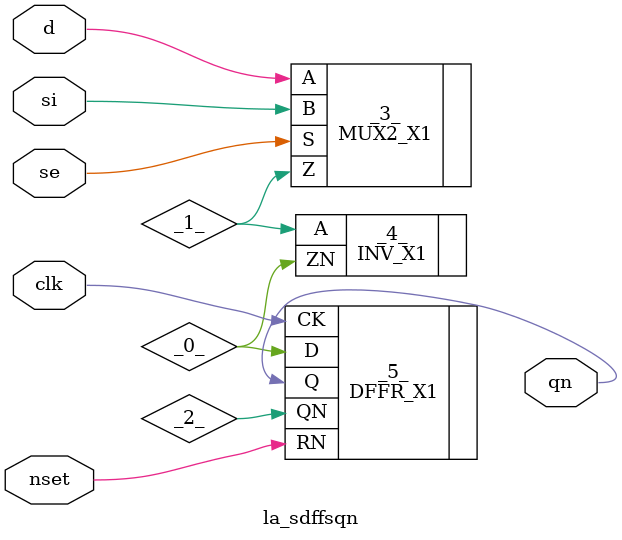
<source format=v>

/* Generated by Yosys 0.44 (git sha1 80ba43d26, g++ 11.4.0-1ubuntu1~22.04 -fPIC -O3) */

(* top =  1  *)
(* src = "inputs/la_sdffsqn.v:11.1-26.10" *)
module la_sdffsqn (
    d,
    si,
    se,
    clk,
    nset,
    qn
);
  (* src = "inputs/la_sdffsqn.v:22.3-24.30" *)
  wire _0_;
  wire _1_;
  (* unused_bits = "0" *)
  wire _2_;
  (* src = "inputs/la_sdffsqn.v:17.16-17.19" *)
  input clk;
  wire clk;
  (* src = "inputs/la_sdffsqn.v:14.16-14.17" *)
  input d;
  wire d;
  (* src = "inputs/la_sdffsqn.v:18.16-18.20" *)
  input nset;
  wire nset;
  (* src = "inputs/la_sdffsqn.v:19.16-19.18" *)
  output qn;
  wire qn;
  (* src = "inputs/la_sdffsqn.v:16.16-16.18" *)
  input se;
  wire se;
  (* src = "inputs/la_sdffsqn.v:15.16-15.18" *)
  input si;
  wire si;
  MUX2_X1 _3_ (
      .A(d),
      .B(si),
      .S(se),
      .Z(_1_)
  );
  INV_X1 _4_ (
      .A (_1_),
      .ZN(_0_)
  );
  (* src = "inputs/la_sdffsqn.v:22.3-24.30" *)
  DFFR_X1 _5_ (
      .CK(clk),
      .D (_0_),
      .Q (qn),
      .QN(_2_),
      .RN(nset)
  );
endmodule

</source>
